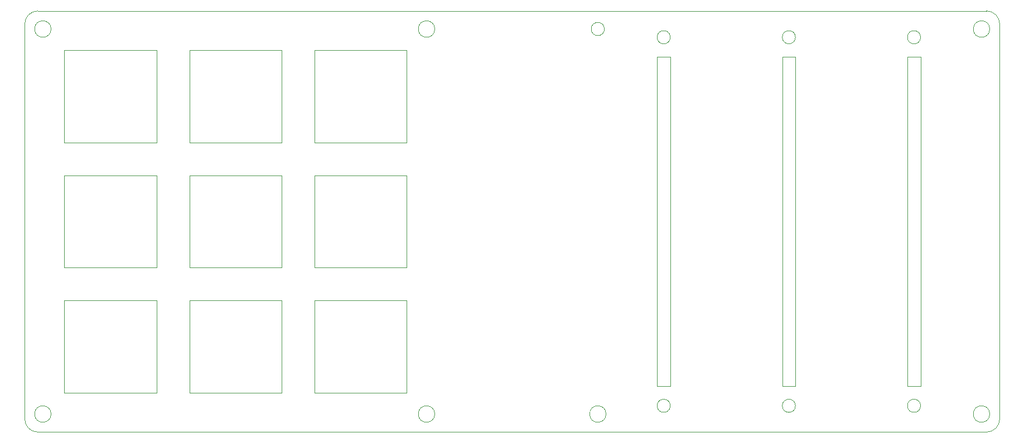
<source format=gm1>
%TF.GenerationSoftware,KiCad,Pcbnew,7.0.7*%
%TF.CreationDate,2024-02-05T11:41:39-08:00*%
%TF.ProjectId,Macro Pad 2 PCB,4d616372-6f20-4506-9164-203220504342,rev?*%
%TF.SameCoordinates,Original*%
%TF.FileFunction,Profile,NP*%
%FSLAX46Y46*%
G04 Gerber Fmt 4.6, Leading zero omitted, Abs format (unit mm)*
G04 Created by KiCad (PCBNEW 7.0.7) date 2024-02-05 11:41:39*
%MOMM*%
%LPD*%
G01*
G04 APERTURE LIST*
%TA.AperFunction,Profile*%
%ADD10C,0.100000*%
%TD*%
%TA.AperFunction,Profile*%
%ADD11C,0.120000*%
%TD*%
G04 APERTURE END LIST*
D10*
X219000000Y-115000000D02*
G75*
G03*
X221000000Y-113000000I0J2000000D01*
G01*
X77000000Y-112250000D02*
G75*
G03*
X77000000Y-112250000I-1250000J0D01*
G01*
X221000000Y-53000000D02*
X221000000Y-113000000D01*
X135250000Y-112250000D02*
G75*
G03*
X135250000Y-112250000I-1250000J0D01*
G01*
X75000000Y-51000000D02*
X219000000Y-51000000D01*
X219000000Y-115000000D02*
X75000000Y-115000000D01*
X73000000Y-113000000D02*
X73000000Y-53000000D01*
X75000000Y-51000000D02*
G75*
G03*
X73000000Y-53000000I0J-2000000D01*
G01*
X161250000Y-112250000D02*
G75*
G03*
X161250000Y-112250000I-1250000J0D01*
G01*
X135250000Y-53750000D02*
G75*
G03*
X135250000Y-53750000I-1250000J0D01*
G01*
X219500000Y-112250000D02*
G75*
G03*
X219500000Y-112250000I-1250000J0D01*
G01*
X73000000Y-113000000D02*
G75*
G03*
X75000000Y-115000000I2000000J0D01*
G01*
X221000000Y-53000000D02*
G75*
G03*
X219000000Y-51000000I-2000000J0D01*
G01*
X77000000Y-53750000D02*
G75*
G03*
X77000000Y-53750000I-1250000J0D01*
G01*
X219500000Y-53750000D02*
G75*
G03*
X219500000Y-53750000I-1250000J0D01*
G01*
X161000000Y-53750000D02*
G75*
G03*
X161000000Y-53750000I-1000000J0D01*
G01*
D11*
%TO.C,MX4*%
X79000000Y-90000000D02*
X93000000Y-90000000D01*
X93000000Y-90000000D02*
X93000000Y-76000000D01*
X93000000Y-76000000D02*
X79000000Y-76000000D01*
X79000000Y-76000000D02*
X79000000Y-90000000D01*
%TO.C,MX3*%
X117000000Y-71000000D02*
X131000000Y-71000000D01*
X131000000Y-71000000D02*
X131000000Y-57000000D01*
X131000000Y-57000000D02*
X117000000Y-57000000D01*
X117000000Y-57000000D02*
X117000000Y-71000000D01*
%TO.C,R6*%
X169000000Y-108000000D02*
X171000000Y-108000000D01*
X171000000Y-108000000D02*
X171000000Y-58000000D01*
X171000000Y-58000000D02*
X169000000Y-58000000D01*
X169000000Y-58000000D02*
X169000000Y-108000000D01*
X171000000Y-55000000D02*
G75*
G03*
X171000000Y-55000000I-1000000J0D01*
G01*
X171000000Y-111000000D02*
G75*
G03*
X171000000Y-111000000I-1000000J0D01*
G01*
%TO.C,MX6*%
X117000000Y-90000000D02*
X131000000Y-90000000D01*
X131000000Y-90000000D02*
X131000000Y-76000000D01*
X131000000Y-76000000D02*
X117000000Y-76000000D01*
X117000000Y-76000000D02*
X117000000Y-90000000D01*
%TO.C,MX7*%
X79000000Y-109000000D02*
X93000000Y-109000000D01*
X93000000Y-109000000D02*
X93000000Y-95000000D01*
X93000000Y-95000000D02*
X79000000Y-95000000D01*
X79000000Y-95000000D02*
X79000000Y-109000000D01*
%TO.C,MX2*%
X98000000Y-71000000D02*
X112000000Y-71000000D01*
X112000000Y-71000000D02*
X112000000Y-57000000D01*
X112000000Y-57000000D02*
X98000000Y-57000000D01*
X98000000Y-57000000D02*
X98000000Y-71000000D01*
%TO.C,MX8*%
X98000000Y-109000000D02*
X112000000Y-109000000D01*
X112000000Y-109000000D02*
X112000000Y-95000000D01*
X112000000Y-95000000D02*
X98000000Y-95000000D01*
X98000000Y-95000000D02*
X98000000Y-109000000D01*
%TO.C,MX1*%
X79000000Y-71000000D02*
X93000000Y-71000000D01*
X93000000Y-71000000D02*
X93000000Y-57000000D01*
X93000000Y-57000000D02*
X79000000Y-57000000D01*
X79000000Y-57000000D02*
X79000000Y-71000000D01*
%TO.C,MX5*%
X98000000Y-90000000D02*
X112000000Y-90000000D01*
X112000000Y-90000000D02*
X112000000Y-76000000D01*
X112000000Y-76000000D02*
X98000000Y-76000000D01*
X98000000Y-76000000D02*
X98000000Y-90000000D01*
%TO.C,R8*%
X207000000Y-108000000D02*
X209000000Y-108000000D01*
X209000000Y-108000000D02*
X209000000Y-58000000D01*
X209000000Y-58000000D02*
X207000000Y-58000000D01*
X207000000Y-58000000D02*
X207000000Y-108000000D01*
X209000000Y-55000000D02*
G75*
G03*
X209000000Y-55000000I-1000000J0D01*
G01*
X209000000Y-111000000D02*
G75*
G03*
X209000000Y-111000000I-1000000J0D01*
G01*
%TO.C,MX9*%
X117000000Y-109000000D02*
X131000000Y-109000000D01*
X131000000Y-109000000D02*
X131000000Y-95000000D01*
X131000000Y-95000000D02*
X117000000Y-95000000D01*
X117000000Y-95000000D02*
X117000000Y-109000000D01*
%TO.C,R7*%
X188000000Y-108000000D02*
X190000000Y-108000000D01*
X190000000Y-108000000D02*
X190000000Y-58000000D01*
X190000000Y-58000000D02*
X188000000Y-58000000D01*
X188000000Y-58000000D02*
X188000000Y-108000000D01*
X190000000Y-55000000D02*
G75*
G03*
X190000000Y-55000000I-1000000J0D01*
G01*
X190000000Y-111000000D02*
G75*
G03*
X190000000Y-111000000I-1000000J0D01*
G01*
%TD*%
M02*

</source>
